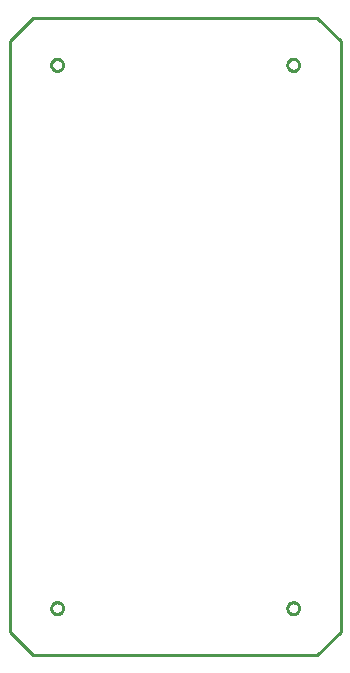
<source format=gbr>
G04 EAGLE Gerber RS-274X export*
G75*
%MOMM*%
%FSLAX34Y34*%
%LPD*%
%IN*%
%IPPOS*%
%AMOC8*
5,1,8,0,0,1.08239X$1,22.5*%
G01*
%ADD10C,0.254000*%


D10*
X260000Y240000D02*
X280000Y220000D01*
X520000Y220000D01*
X540000Y240000D01*
X540000Y740000D01*
X520000Y760000D01*
X280000Y760000D01*
X260000Y740000D01*
X260000Y240000D01*
X305000Y719719D02*
X304937Y719161D01*
X304812Y718614D01*
X304627Y718084D01*
X304383Y717578D01*
X304084Y717102D01*
X303734Y716663D01*
X303337Y716266D01*
X302898Y715916D01*
X302422Y715617D01*
X301916Y715373D01*
X301386Y715188D01*
X300839Y715063D01*
X300281Y715000D01*
X299719Y715000D01*
X299161Y715063D01*
X298614Y715188D01*
X298084Y715373D01*
X297578Y715617D01*
X297102Y715916D01*
X296663Y716266D01*
X296266Y716663D01*
X295916Y717102D01*
X295617Y717578D01*
X295373Y718084D01*
X295188Y718614D01*
X295063Y719161D01*
X295000Y719719D01*
X295000Y720281D01*
X295063Y720839D01*
X295188Y721386D01*
X295373Y721916D01*
X295617Y722422D01*
X295916Y722898D01*
X296266Y723337D01*
X296663Y723734D01*
X297102Y724084D01*
X297578Y724383D01*
X298084Y724627D01*
X298614Y724812D01*
X299161Y724937D01*
X299719Y725000D01*
X300281Y725000D01*
X300839Y724937D01*
X301386Y724812D01*
X301916Y724627D01*
X302422Y724383D01*
X302898Y724084D01*
X303337Y723734D01*
X303734Y723337D01*
X304084Y722898D01*
X304383Y722422D01*
X304627Y721916D01*
X304812Y721386D01*
X304937Y720839D01*
X305000Y720281D01*
X305000Y719719D01*
X505000Y719719D02*
X504937Y719161D01*
X504812Y718614D01*
X504627Y718084D01*
X504383Y717578D01*
X504084Y717102D01*
X503734Y716663D01*
X503337Y716266D01*
X502898Y715916D01*
X502422Y715617D01*
X501916Y715373D01*
X501386Y715188D01*
X500839Y715063D01*
X500281Y715000D01*
X499719Y715000D01*
X499161Y715063D01*
X498614Y715188D01*
X498084Y715373D01*
X497578Y715617D01*
X497102Y715916D01*
X496663Y716266D01*
X496266Y716663D01*
X495916Y717102D01*
X495617Y717578D01*
X495373Y718084D01*
X495188Y718614D01*
X495063Y719161D01*
X495000Y719719D01*
X495000Y720281D01*
X495063Y720839D01*
X495188Y721386D01*
X495373Y721916D01*
X495617Y722422D01*
X495916Y722898D01*
X496266Y723337D01*
X496663Y723734D01*
X497102Y724084D01*
X497578Y724383D01*
X498084Y724627D01*
X498614Y724812D01*
X499161Y724937D01*
X499719Y725000D01*
X500281Y725000D01*
X500839Y724937D01*
X501386Y724812D01*
X501916Y724627D01*
X502422Y724383D01*
X502898Y724084D01*
X503337Y723734D01*
X503734Y723337D01*
X504084Y722898D01*
X504383Y722422D01*
X504627Y721916D01*
X504812Y721386D01*
X504937Y720839D01*
X505000Y720281D01*
X505000Y719719D01*
X305000Y259719D02*
X304937Y259161D01*
X304812Y258614D01*
X304627Y258084D01*
X304383Y257578D01*
X304084Y257102D01*
X303734Y256663D01*
X303337Y256266D01*
X302898Y255916D01*
X302422Y255617D01*
X301916Y255373D01*
X301386Y255188D01*
X300839Y255063D01*
X300281Y255000D01*
X299719Y255000D01*
X299161Y255063D01*
X298614Y255188D01*
X298084Y255373D01*
X297578Y255617D01*
X297102Y255916D01*
X296663Y256266D01*
X296266Y256663D01*
X295916Y257102D01*
X295617Y257578D01*
X295373Y258084D01*
X295188Y258614D01*
X295063Y259161D01*
X295000Y259719D01*
X295000Y260281D01*
X295063Y260839D01*
X295188Y261386D01*
X295373Y261916D01*
X295617Y262422D01*
X295916Y262898D01*
X296266Y263337D01*
X296663Y263734D01*
X297102Y264084D01*
X297578Y264383D01*
X298084Y264627D01*
X298614Y264812D01*
X299161Y264937D01*
X299719Y265000D01*
X300281Y265000D01*
X300839Y264937D01*
X301386Y264812D01*
X301916Y264627D01*
X302422Y264383D01*
X302898Y264084D01*
X303337Y263734D01*
X303734Y263337D01*
X304084Y262898D01*
X304383Y262422D01*
X304627Y261916D01*
X304812Y261386D01*
X304937Y260839D01*
X305000Y260281D01*
X305000Y259719D01*
X505000Y259719D02*
X504937Y259161D01*
X504812Y258614D01*
X504627Y258084D01*
X504383Y257578D01*
X504084Y257102D01*
X503734Y256663D01*
X503337Y256266D01*
X502898Y255916D01*
X502422Y255617D01*
X501916Y255373D01*
X501386Y255188D01*
X500839Y255063D01*
X500281Y255000D01*
X499719Y255000D01*
X499161Y255063D01*
X498614Y255188D01*
X498084Y255373D01*
X497578Y255617D01*
X497102Y255916D01*
X496663Y256266D01*
X496266Y256663D01*
X495916Y257102D01*
X495617Y257578D01*
X495373Y258084D01*
X495188Y258614D01*
X495063Y259161D01*
X495000Y259719D01*
X495000Y260281D01*
X495063Y260839D01*
X495188Y261386D01*
X495373Y261916D01*
X495617Y262422D01*
X495916Y262898D01*
X496266Y263337D01*
X496663Y263734D01*
X497102Y264084D01*
X497578Y264383D01*
X498084Y264627D01*
X498614Y264812D01*
X499161Y264937D01*
X499719Y265000D01*
X500281Y265000D01*
X500839Y264937D01*
X501386Y264812D01*
X501916Y264627D01*
X502422Y264383D01*
X502898Y264084D01*
X503337Y263734D01*
X503734Y263337D01*
X504084Y262898D01*
X504383Y262422D01*
X504627Y261916D01*
X504812Y261386D01*
X504937Y260839D01*
X505000Y260281D01*
X505000Y259719D01*
M02*

</source>
